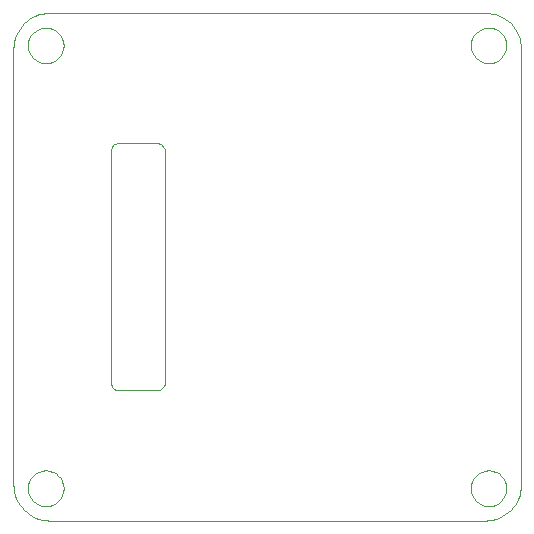
<source format=gbr>
G04 #@! TF.GenerationSoftware,KiCad,Pcbnew,5.1.5-52549c5~84~ubuntu19.04.1*
G04 #@! TF.CreationDate,2020-01-13T11:43:28+01:00*
G04 #@! TF.ProjectId,badge,62616467-652e-46b6-9963-61645f706362,rev?*
G04 #@! TF.SameCoordinates,Original*
G04 #@! TF.FileFunction,Profile,NP*
%FSLAX46Y46*%
G04 Gerber Fmt 4.6, Leading zero omitted, Abs format (unit mm)*
G04 Created by KiCad (PCBNEW 5.1.5-52549c5~84~ubuntu19.04.1) date 2020-01-13 11:43:28*
%MOMM*%
%LPD*%
G04 APERTURE LIST*
%ADD10C,0.100000*%
G04 APERTURE END LIST*
D10*
X138940968Y-114755930D02*
X138940968Y-114755930D01*
X138646921Y-114784993D02*
X138940968Y-114755930D01*
X138366852Y-114870078D02*
X138646921Y-114784993D01*
X138108634Y-115007923D02*
X138366852Y-114870078D01*
X137880139Y-115195269D02*
X138108634Y-115007923D01*
X137692793Y-115423764D02*
X137880139Y-115195269D01*
X137554947Y-115681981D02*
X137692793Y-115423764D01*
X137469862Y-115962050D02*
X137554947Y-115681981D01*
X137440798Y-116256097D02*
X137469862Y-115962050D01*
X137469862Y-116550144D02*
X137440798Y-116256097D01*
X137554946Y-116830213D02*
X137469862Y-116550144D01*
X137692792Y-117088431D02*
X137554946Y-116830213D01*
X137880138Y-117316927D02*
X137692792Y-117088431D01*
X138108633Y-117504273D02*
X137880138Y-117316927D01*
X138366852Y-117642118D02*
X138108633Y-117504273D01*
X138646921Y-117727203D02*
X138366852Y-117642118D01*
X138940968Y-117756266D02*
X138646921Y-117727203D01*
X139235014Y-117727201D02*
X138940968Y-117756266D01*
X139515081Y-117642115D02*
X139235014Y-117727201D01*
X139773298Y-117504269D02*
X139515081Y-117642115D01*
X140001791Y-117316923D02*
X139773298Y-117504269D01*
X140189136Y-117088428D02*
X140001791Y-117316923D01*
X140326981Y-116830211D02*
X140189136Y-117088428D01*
X140412065Y-116550143D02*
X140326981Y-116830211D01*
X140441128Y-116256097D02*
X140412065Y-116550143D01*
X140412064Y-115962051D02*
X140441128Y-116256097D01*
X140326980Y-115681984D02*
X140412064Y-115962051D01*
X140189135Y-115423767D02*
X140326980Y-115681984D01*
X140001791Y-115195272D02*
X140189135Y-115423767D01*
X139773297Y-115007927D02*
X140001791Y-115195272D01*
X139515081Y-114870081D02*
X139773297Y-115007927D01*
X139235014Y-114784995D02*
X139515081Y-114870081D01*
X138940968Y-114755930D02*
X139235014Y-114784995D01*
X101440928Y-114755930D02*
X101440928Y-114755930D01*
X101146881Y-114784994D02*
X101440928Y-114755930D01*
X100866813Y-114870079D02*
X101146881Y-114784994D01*
X100608596Y-115007924D02*
X100866813Y-114870079D01*
X100380101Y-115195270D02*
X100608596Y-115007924D01*
X100192756Y-115423765D02*
X100380101Y-115195270D01*
X100054911Y-115681982D02*
X100192756Y-115423765D01*
X99969826Y-115962050D02*
X100054911Y-115681982D01*
X99940762Y-116256097D02*
X99969826Y-115962050D01*
X99969826Y-116550144D02*
X99940762Y-116256097D01*
X100054910Y-116830212D02*
X99969826Y-116550144D01*
X100192755Y-117088430D02*
X100054910Y-116830212D01*
X100380101Y-117316925D02*
X100192755Y-117088430D01*
X100608595Y-117504271D02*
X100380101Y-117316925D01*
X100866813Y-117642117D02*
X100608595Y-117504271D01*
X101146881Y-117727202D02*
X100866813Y-117642117D01*
X101440928Y-117756266D02*
X101146881Y-117727202D01*
X101734975Y-117727202D02*
X101440928Y-117756266D01*
X102015043Y-117642117D02*
X101734975Y-117727202D01*
X102273261Y-117504271D02*
X102015043Y-117642117D01*
X102501755Y-117316925D02*
X102273261Y-117504271D01*
X102689101Y-117088430D02*
X102501755Y-117316925D01*
X102826946Y-116830212D02*
X102689101Y-117088430D01*
X102912030Y-116550144D02*
X102826946Y-116830212D01*
X102941094Y-116256097D02*
X102912030Y-116550144D01*
X102912030Y-115962050D02*
X102941094Y-116256097D01*
X102826945Y-115681982D02*
X102912030Y-115962050D01*
X102689100Y-115423765D02*
X102826945Y-115681982D01*
X102501755Y-115195270D02*
X102689100Y-115423765D01*
X102273260Y-115007924D02*
X102501755Y-115195270D01*
X102015043Y-114870079D02*
X102273260Y-115007924D01*
X101734975Y-114784994D02*
X102015043Y-114870079D01*
X101440928Y-114755930D02*
X101734975Y-114784994D01*
X107614710Y-87040826D02*
X107614710Y-87040826D01*
X107481077Y-87054218D02*
X107614710Y-87040826D01*
X107356762Y-87092647D02*
X107481077Y-87054218D01*
X107244384Y-87153494D02*
X107356762Y-87092647D01*
X107146563Y-87234137D02*
X107244384Y-87153494D01*
X107065919Y-87331958D02*
X107146563Y-87234137D01*
X107005073Y-87444336D02*
X107065919Y-87331958D01*
X106966644Y-87568652D02*
X107005073Y-87444336D01*
X106953252Y-87702284D02*
X106966644Y-87568652D01*
X106953252Y-107309873D02*
X106953252Y-87702284D01*
X106966644Y-107443506D02*
X106953252Y-107309873D01*
X107005073Y-107567821D02*
X106966644Y-107443506D01*
X107065919Y-107680199D02*
X107005073Y-107567821D01*
X107146563Y-107778020D02*
X107065919Y-107680199D01*
X107244384Y-107858664D02*
X107146563Y-107778020D01*
X107356762Y-107919510D02*
X107244384Y-107858664D01*
X107481077Y-107957939D02*
X107356762Y-107919510D01*
X107614710Y-107971331D02*
X107481077Y-107957939D01*
X110843455Y-107971331D02*
X107614710Y-107971331D01*
X110977088Y-107957939D02*
X110843455Y-107971331D01*
X111101403Y-107919510D02*
X110977088Y-107957939D01*
X111213781Y-107858664D02*
X111101403Y-107919510D01*
X111311602Y-107778020D02*
X111213781Y-107858664D01*
X111392246Y-107680199D02*
X111311602Y-107778020D01*
X111453092Y-107567821D02*
X111392246Y-107680199D01*
X111491521Y-107443506D02*
X111453092Y-107567821D01*
X111504913Y-107309873D02*
X111491521Y-107443506D01*
X111504913Y-87702284D02*
X111504913Y-107309873D01*
X111491521Y-87568652D02*
X111504913Y-87702284D01*
X111453092Y-87444336D02*
X111491521Y-87568652D01*
X111392246Y-87331958D02*
X111453092Y-87444336D01*
X111311602Y-87234137D02*
X111392246Y-87331958D01*
X111213781Y-87153494D02*
X111311602Y-87234137D01*
X111101403Y-87092647D02*
X111213781Y-87153494D01*
X110977088Y-87054218D02*
X111101403Y-87092647D01*
X110843455Y-87040826D02*
X110977088Y-87054218D01*
X107614710Y-87040826D02*
X110843455Y-87040826D01*
X138940968Y-77256410D02*
X138940968Y-77256410D01*
X138787614Y-77264136D02*
X138940968Y-77256410D01*
X138638686Y-77286846D02*
X138787614Y-77264136D01*
X138357131Y-77374203D02*
X138638686Y-77286846D01*
X138102332Y-77512453D02*
X138357131Y-77374203D01*
X137880322Y-77695566D02*
X138102332Y-77512453D01*
X137697132Y-77917513D02*
X137880322Y-77695566D01*
X137558793Y-78172263D02*
X137697132Y-77917513D01*
X137471338Y-78453789D02*
X137558793Y-78172263D01*
X137448577Y-78602708D02*
X137471338Y-78453789D01*
X137440798Y-78756060D02*
X137448577Y-78602708D01*
X137469862Y-79050107D02*
X137440798Y-78756060D01*
X137554947Y-79330176D02*
X137469862Y-79050107D01*
X137692793Y-79588393D02*
X137554947Y-79330176D01*
X137880139Y-79816888D02*
X137692793Y-79588393D01*
X138108634Y-80004234D02*
X137880139Y-79816888D01*
X138366852Y-80142079D02*
X138108634Y-80004234D01*
X138646921Y-80227164D02*
X138366852Y-80142079D01*
X138940968Y-80256227D02*
X138646921Y-80227164D01*
X139235014Y-80227162D02*
X138940968Y-80256227D01*
X139515081Y-80142076D02*
X139235014Y-80227162D01*
X139773297Y-80004230D02*
X139515081Y-80142076D01*
X140001791Y-79816885D02*
X139773297Y-80004230D01*
X140189135Y-79588390D02*
X140001791Y-79816885D01*
X140326980Y-79330173D02*
X140189135Y-79588390D01*
X140412064Y-79050106D02*
X140326980Y-79330173D01*
X140441128Y-78756060D02*
X140412064Y-79050106D01*
X140433349Y-78602709D02*
X140441128Y-78756060D01*
X140410588Y-78453790D02*
X140433349Y-78602709D01*
X140323134Y-78172266D02*
X140410588Y-78453790D01*
X140184796Y-77917516D02*
X140323134Y-78172266D01*
X140001608Y-77695570D02*
X140184796Y-77917516D01*
X139779599Y-77512456D02*
X140001608Y-77695570D01*
X139524802Y-77374206D02*
X139779599Y-77512456D01*
X139243248Y-77286847D02*
X139524802Y-77374206D01*
X139094322Y-77264137D02*
X139243248Y-77286847D01*
X138940968Y-77256410D02*
X139094322Y-77264137D01*
X101440928Y-77256410D02*
X101440928Y-77256410D01*
X101287574Y-77264136D02*
X101440928Y-77256410D01*
X101138647Y-77286846D02*
X101287574Y-77264136D01*
X100857092Y-77374204D02*
X101138647Y-77286846D01*
X100602294Y-77512454D02*
X100857092Y-77374204D01*
X100380284Y-77695567D02*
X100602294Y-77512454D01*
X100197095Y-77917514D02*
X100380284Y-77695567D01*
X100058757Y-78172264D02*
X100197095Y-77917514D01*
X99971302Y-78453790D02*
X100058757Y-78172264D01*
X99948541Y-78602708D02*
X99971302Y-78453790D01*
X99940762Y-78756060D02*
X99948541Y-78602708D01*
X99969826Y-79050107D02*
X99940762Y-78756060D01*
X100054911Y-79330175D02*
X99969826Y-79050107D01*
X100192756Y-79588392D02*
X100054911Y-79330175D01*
X100380101Y-79816887D02*
X100192756Y-79588392D01*
X100608596Y-80004233D02*
X100380101Y-79816887D01*
X100866813Y-80142078D02*
X100608596Y-80004233D01*
X101146881Y-80227163D02*
X100866813Y-80142078D01*
X101440928Y-80256227D02*
X101146881Y-80227163D01*
X101734975Y-80227163D02*
X101440928Y-80256227D01*
X102015043Y-80142078D02*
X101734975Y-80227163D01*
X102273260Y-80004233D02*
X102015043Y-80142078D01*
X102501755Y-79816887D02*
X102273260Y-80004233D01*
X102689100Y-79588392D02*
X102501755Y-79816887D01*
X102826945Y-79330175D02*
X102689100Y-79588392D01*
X102912030Y-79050107D02*
X102826945Y-79330175D01*
X102941094Y-78756060D02*
X102912030Y-79050107D01*
X102933315Y-78602708D02*
X102941094Y-78756060D01*
X102910554Y-78453790D02*
X102933315Y-78602708D01*
X102823099Y-78172264D02*
X102910554Y-78453790D01*
X102684761Y-77917514D02*
X102823099Y-78172264D01*
X102501572Y-77695567D02*
X102684761Y-77917514D01*
X102279562Y-77512454D02*
X102501572Y-77695567D01*
X102024764Y-77374204D02*
X102279562Y-77512454D01*
X101743209Y-77286846D02*
X102024764Y-77374204D01*
X101594282Y-77264136D02*
X101743209Y-77286846D01*
X101440928Y-77256410D02*
X101594282Y-77264136D01*
X138619538Y-76006357D02*
X101762354Y-76006357D01*
X138934438Y-76022153D02*
X138619538Y-76006357D01*
X139240037Y-76068529D02*
X138934438Y-76022153D01*
X139534815Y-76143963D02*
X139240037Y-76068529D01*
X139817252Y-76246938D02*
X139534815Y-76143963D01*
X140085828Y-76375932D02*
X139817252Y-76246938D01*
X140339023Y-76529426D02*
X140085828Y-76375932D01*
X140575318Y-76705900D02*
X140339023Y-76529426D01*
X140793192Y-76903833D02*
X140575318Y-76705900D01*
X140991126Y-77121708D02*
X140793192Y-76903833D01*
X141167599Y-77358003D02*
X140991126Y-77121708D01*
X141321093Y-77611198D02*
X141167599Y-77358003D01*
X141450087Y-77879774D02*
X141321093Y-77611198D01*
X141553062Y-78162211D02*
X141450087Y-77879774D01*
X141628496Y-78456989D02*
X141553062Y-78162211D01*
X141674872Y-78762588D02*
X141628496Y-78456989D01*
X141690668Y-79077489D02*
X141674872Y-78762588D01*
X141690668Y-115934670D02*
X141690668Y-79077489D01*
X141674872Y-116249577D02*
X141690668Y-115934670D01*
X141628496Y-116555192D02*
X141674872Y-116249577D01*
X141553062Y-116849996D02*
X141628496Y-116555192D01*
X141450087Y-117132466D02*
X141553062Y-116849996D01*
X141321093Y-117401082D02*
X141450087Y-117132466D01*
X141167599Y-117654321D02*
X141321093Y-117401082D01*
X140991126Y-117890662D02*
X141167599Y-117654321D01*
X140793192Y-118108584D02*
X140991126Y-117890662D01*
X140575318Y-118306567D02*
X140793192Y-118108584D01*
X140339023Y-118483087D02*
X140575318Y-118306567D01*
X140085828Y-118636624D02*
X140339023Y-118483087D01*
X139817252Y-118765658D02*
X140085828Y-118636624D01*
X139534815Y-118868665D02*
X139817252Y-118765658D01*
X139240037Y-118944125D02*
X139534815Y-118868665D01*
X138934438Y-118990517D02*
X139240037Y-118944125D01*
X138619538Y-119006319D02*
X138934438Y-118990517D01*
X101762354Y-119006319D02*
X138619538Y-119006319D01*
X101447448Y-118990517D02*
X101762354Y-119006319D01*
X101141833Y-118944125D02*
X101447448Y-118990517D01*
X100847030Y-118868665D02*
X101141833Y-118944125D01*
X100564560Y-118765658D02*
X100847030Y-118868665D01*
X100295945Y-118636624D02*
X100564560Y-118765658D01*
X100042707Y-118483087D02*
X100295945Y-118636624D01*
X99806365Y-118306567D02*
X100042707Y-118483087D01*
X99588443Y-118108584D02*
X99806365Y-118306567D01*
X99390461Y-117890662D02*
X99588443Y-118108584D01*
X99213941Y-117654321D02*
X99390461Y-117890662D01*
X99060403Y-117401082D02*
X99213941Y-117654321D01*
X98931370Y-117132466D02*
X99060403Y-117401082D01*
X98828363Y-116849996D02*
X98931370Y-117132466D01*
X98752903Y-116555192D02*
X98828363Y-116849996D01*
X98706511Y-116249577D02*
X98752903Y-116555192D01*
X98690709Y-115934670D02*
X98706511Y-116249577D01*
X98690709Y-79077489D02*
X98690709Y-115934670D01*
X98706511Y-78762588D02*
X98690709Y-79077489D01*
X98752903Y-78456989D02*
X98706511Y-78762588D01*
X98828363Y-78162211D02*
X98752903Y-78456989D01*
X98931370Y-77879774D02*
X98828363Y-78162211D01*
X99060403Y-77611198D02*
X98931370Y-77879774D01*
X99213941Y-77358003D02*
X99060403Y-77611198D01*
X99390461Y-77121709D02*
X99213941Y-77358003D01*
X99588443Y-76903835D02*
X99390461Y-77121709D01*
X99806365Y-76705901D02*
X99588443Y-76903835D01*
X100042707Y-76529427D02*
X99806365Y-76705901D01*
X100295945Y-76375933D02*
X100042707Y-76529427D01*
X100564560Y-76246939D02*
X100295945Y-76375933D01*
X100847030Y-76143965D02*
X100564560Y-76246939D01*
X101141833Y-76068530D02*
X100847030Y-76143965D01*
X101447448Y-76022154D02*
X101141833Y-76068530D01*
X101762354Y-76006357D02*
X101447448Y-76022154D01*
M02*

</source>
